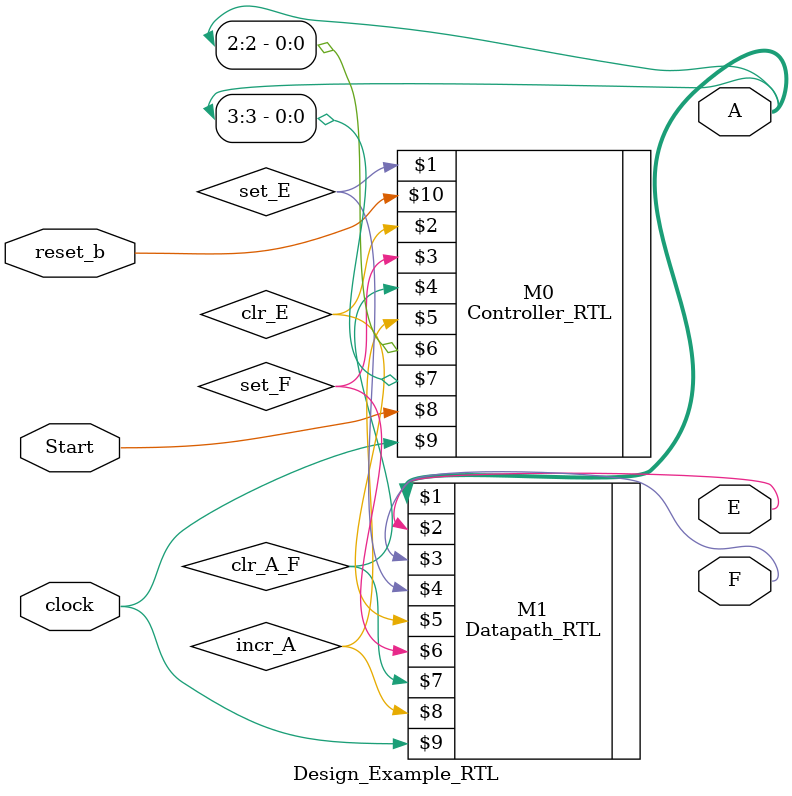
<source format=v>
`include "controlanddata.v"
module Design_Example_RTL (A, E, F, Start, clock, reset_b);
// Specify ports of the top-level module of the design
// See block diagram, Fig. 8.10
output [3: 0] A;
output E, F;
input Start, clock, reset_b;
// Instantiate controller and datapath units
Controller_RTL M0 (set_E, clr_E, set_F, clr_A_F, incr_A, A[2], A[3], Start, clock, reset_b);
Datapath_RTL M1 (A, E, F, set_E, clr_E, set_F, clr_A_F, incr_A, clock);
endmodule
</source>
